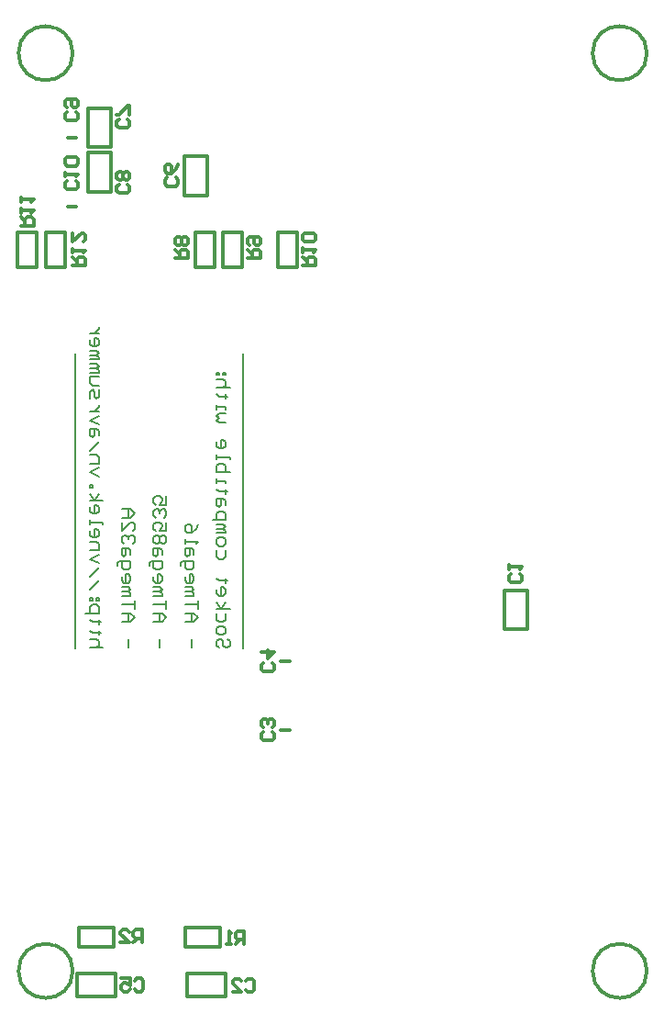
<source format=gbo>
%FSTAX43Y43*%
%MOMM*%
G71*
G01*
G75*
G04 Layer_Color=65535*
G04:AMPARAMS|DCode=10|XSize=1.3mm|YSize=1mm|CornerRadius=0.25mm|HoleSize=0mm|Usage=FLASHONLY|Rotation=270.000|XOffset=0mm|YOffset=0mm|HoleType=Round|Shape=RoundedRectangle|*
%AMROUNDEDRECTD10*
21,1,1.300,0.500,0,0,270.0*
21,1,0.800,1.000,0,0,270.0*
1,1,0.500,-0.250,-0.400*
1,1,0.500,-0.250,0.400*
1,1,0.500,0.250,0.400*
1,1,0.500,0.250,-0.400*
%
%ADD10ROUNDEDRECTD10*%
G04:AMPARAMS|DCode=11|XSize=1.5mm|YSize=1.3mm|CornerRadius=0.325mm|HoleSize=0mm|Usage=FLASHONLY|Rotation=270.000|XOffset=0mm|YOffset=0mm|HoleType=Round|Shape=RoundedRectangle|*
%AMROUNDEDRECTD11*
21,1,1.500,0.650,0,0,270.0*
21,1,0.850,1.300,0,0,270.0*
1,1,0.650,-0.325,-0.425*
1,1,0.650,-0.325,0.425*
1,1,0.650,0.325,0.425*
1,1,0.650,0.325,-0.425*
%
%ADD11ROUNDEDRECTD11*%
G04:AMPARAMS|DCode=12|XSize=1.9mm|YSize=0.5mm|CornerRadius=0.125mm|HoleSize=0mm|Usage=FLASHONLY|Rotation=0.000|XOffset=0mm|YOffset=0mm|HoleType=Round|Shape=RoundedRectangle|*
%AMROUNDEDRECTD12*
21,1,1.900,0.250,0,0,0.0*
21,1,1.650,0.500,0,0,0.0*
1,1,0.250,0.825,-0.125*
1,1,0.250,-0.825,-0.125*
1,1,0.250,-0.825,0.125*
1,1,0.250,0.825,0.125*
%
%ADD12ROUNDEDRECTD12*%
G04:AMPARAMS|DCode=13|XSize=1.9mm|YSize=0.5mm|CornerRadius=0.125mm|HoleSize=0mm|Usage=FLASHONLY|Rotation=90.000|XOffset=0mm|YOffset=0mm|HoleType=Round|Shape=RoundedRectangle|*
%AMROUNDEDRECTD13*
21,1,1.900,0.250,0,0,90.0*
21,1,1.650,0.500,0,0,90.0*
1,1,0.250,0.125,0.825*
1,1,0.250,0.125,-0.825*
1,1,0.250,-0.125,-0.825*
1,1,0.250,-0.125,0.825*
%
%ADD13ROUNDEDRECTD13*%
G04:AMPARAMS|DCode=14|XSize=1.3mm|YSize=1mm|CornerRadius=0.25mm|HoleSize=0mm|Usage=FLASHONLY|Rotation=180.000|XOffset=0mm|YOffset=0mm|HoleType=Round|Shape=RoundedRectangle|*
%AMROUNDEDRECTD14*
21,1,1.300,0.500,0,0,180.0*
21,1,0.800,1.000,0,0,180.0*
1,1,0.500,-0.400,0.250*
1,1,0.500,0.400,0.250*
1,1,0.500,0.400,-0.250*
1,1,0.500,-0.400,-0.250*
%
%ADD14ROUNDEDRECTD14*%
G04:AMPARAMS|DCode=15|XSize=1.5mm|YSize=1.3mm|CornerRadius=0.325mm|HoleSize=0mm|Usage=FLASHONLY|Rotation=0.000|XOffset=0mm|YOffset=0mm|HoleType=Round|Shape=RoundedRectangle|*
%AMROUNDEDRECTD15*
21,1,1.500,0.650,0,0,0.0*
21,1,0.850,1.300,0,0,0.0*
1,1,0.650,0.425,-0.325*
1,1,0.650,-0.425,-0.325*
1,1,0.650,-0.425,0.325*
1,1,0.650,0.425,0.325*
%
%ADD15ROUNDEDRECTD15*%
G04:AMPARAMS|DCode=16|XSize=2.65mm|YSize=1.75mm|CornerRadius=0.438mm|HoleSize=0mm|Usage=FLASHONLY|Rotation=270.000|XOffset=0mm|YOffset=0mm|HoleType=Round|Shape=RoundedRectangle|*
%AMROUNDEDRECTD16*
21,1,2.650,0.875,0,0,270.0*
21,1,1.775,1.750,0,0,270.0*
1,1,0.875,-0.438,-0.887*
1,1,0.875,-0.438,0.887*
1,1,0.875,0.438,0.887*
1,1,0.875,0.438,-0.887*
%
%ADD16ROUNDEDRECTD16*%
G04:AMPARAMS|DCode=17|XSize=0.9mm|YSize=2.7mm|CornerRadius=0.225mm|HoleSize=0mm|Usage=FLASHONLY|Rotation=270.000|XOffset=0mm|YOffset=0mm|HoleType=Round|Shape=RoundedRectangle|*
%AMROUNDEDRECTD17*
21,1,0.900,2.250,0,0,270.0*
21,1,0.450,2.700,0,0,270.0*
1,1,0.450,-1.125,-0.225*
1,1,0.450,-1.125,0.225*
1,1,0.450,1.125,0.225*
1,1,0.450,1.125,-0.225*
%
%ADD17ROUNDEDRECTD17*%
G04:AMPARAMS|DCode=18|XSize=1mm|YSize=2.8mm|CornerRadius=0.25mm|HoleSize=0mm|Usage=FLASHONLY|Rotation=270.000|XOffset=0mm|YOffset=0mm|HoleType=Round|Shape=RoundedRectangle|*
%AMROUNDEDRECTD18*
21,1,1.000,2.300,0,0,270.0*
21,1,0.500,2.800,0,0,270.0*
1,1,0.500,-1.150,-0.250*
1,1,0.500,-1.150,0.250*
1,1,0.500,1.150,0.250*
1,1,0.500,1.150,-0.250*
%
%ADD18ROUNDEDRECTD18*%
G04:AMPARAMS|DCode=19|XSize=1.5mm|YSize=1.25mm|CornerRadius=0.313mm|HoleSize=0mm|Usage=FLASHONLY|Rotation=0.000|XOffset=0mm|YOffset=0mm|HoleType=Round|Shape=RoundedRectangle|*
%AMROUNDEDRECTD19*
21,1,1.500,0.625,0,0,0.0*
21,1,0.875,1.250,0,0,0.0*
1,1,0.625,0.438,-0.313*
1,1,0.625,-0.438,-0.313*
1,1,0.625,-0.438,0.313*
1,1,0.625,0.438,0.313*
%
%ADD19ROUNDEDRECTD19*%
%ADD20O,0.500X2.250*%
G04:AMPARAMS|DCode=21|XSize=2.5mm|YSize=2mm|CornerRadius=0.5mm|HoleSize=0mm|Usage=FLASHONLY|Rotation=90.000|XOffset=0mm|YOffset=0mm|HoleType=Round|Shape=RoundedRectangle|*
%AMROUNDEDRECTD21*
21,1,2.500,1.000,0,0,90.0*
21,1,1.500,2.000,0,0,90.0*
1,1,1.000,0.500,0.750*
1,1,1.000,0.500,-0.750*
1,1,1.000,-0.500,-0.750*
1,1,1.000,-0.500,0.750*
%
%ADD21ROUNDEDRECTD21*%
%ADD22C,0.500*%
%ADD23C,1.000*%
%ADD24C,0.300*%
%ADD25C,1.600*%
%ADD26C,1.300*%
%ADD27C,1.000*%
%ADD28C,1.100*%
%ADD29C,0.700*%
G04:AMPARAMS|DCode=30|XSize=0.9mm|YSize=0.8mm|CornerRadius=0.2mm|HoleSize=0mm|Usage=FLASHONLY|Rotation=180.000|XOffset=0mm|YOffset=0mm|HoleType=Round|Shape=RoundedRectangle|*
%AMROUNDEDRECTD30*
21,1,0.900,0.400,0,0,180.0*
21,1,0.500,0.800,0,0,180.0*
1,1,0.400,-0.250,0.200*
1,1,0.400,0.250,0.200*
1,1,0.400,0.250,-0.200*
1,1,0.400,-0.250,-0.200*
%
%ADD30ROUNDEDRECTD30*%
G04:AMPARAMS|DCode=31|XSize=1.5mm|YSize=1.25mm|CornerRadius=0.313mm|HoleSize=0mm|Usage=FLASHONLY|Rotation=270.000|XOffset=0mm|YOffset=0mm|HoleType=Round|Shape=RoundedRectangle|*
%AMROUNDEDRECTD31*
21,1,1.500,0.625,0,0,270.0*
21,1,0.875,1.250,0,0,270.0*
1,1,0.625,-0.313,-0.438*
1,1,0.625,-0.313,0.438*
1,1,0.625,0.313,0.438*
1,1,0.625,0.313,-0.438*
%
%ADD31ROUNDEDRECTD31*%
%ADD32C,0.178*%
%ADD33C,0.005*%
%ADD34C,0.250*%
%ADD35C,0.254*%
%ADD36C,0.400*%
G04:AMPARAMS|DCode=37|XSize=1.503mm|YSize=1.203mm|CornerRadius=0.352mm|HoleSize=0mm|Usage=FLASHONLY|Rotation=270.000|XOffset=0mm|YOffset=0mm|HoleType=Round|Shape=RoundedRectangle|*
%AMROUNDEDRECTD37*
21,1,1.503,0.500,0,0,270.0*
21,1,0.800,1.203,0,0,270.0*
1,1,0.703,-0.250,-0.400*
1,1,0.703,-0.250,0.400*
1,1,0.703,0.250,0.400*
1,1,0.703,0.250,-0.400*
%
%ADD37ROUNDEDRECTD37*%
G04:AMPARAMS|DCode=38|XSize=1.703mm|YSize=1.503mm|CornerRadius=0.427mm|HoleSize=0mm|Usage=FLASHONLY|Rotation=270.000|XOffset=0mm|YOffset=0mm|HoleType=Round|Shape=RoundedRectangle|*
%AMROUNDEDRECTD38*
21,1,1.703,0.650,0,0,270.0*
21,1,0.850,1.503,0,0,270.0*
1,1,0.853,-0.325,-0.425*
1,1,0.853,-0.325,0.425*
1,1,0.853,0.325,0.425*
1,1,0.853,0.325,-0.425*
%
%ADD38ROUNDEDRECTD38*%
G04:AMPARAMS|DCode=39|XSize=2.1mm|YSize=0.7mm|CornerRadius=0.225mm|HoleSize=0mm|Usage=FLASHONLY|Rotation=0.000|XOffset=0mm|YOffset=0mm|HoleType=Round|Shape=RoundedRectangle|*
%AMROUNDEDRECTD39*
21,1,2.100,0.250,0,0,0.0*
21,1,1.650,0.700,0,0,0.0*
1,1,0.450,0.825,-0.125*
1,1,0.450,-0.825,-0.125*
1,1,0.450,-0.825,0.125*
1,1,0.450,0.825,0.125*
%
%ADD39ROUNDEDRECTD39*%
G04:AMPARAMS|DCode=40|XSize=2.1mm|YSize=0.7mm|CornerRadius=0.225mm|HoleSize=0mm|Usage=FLASHONLY|Rotation=90.000|XOffset=0mm|YOffset=0mm|HoleType=Round|Shape=RoundedRectangle|*
%AMROUNDEDRECTD40*
21,1,2.100,0.250,0,0,90.0*
21,1,1.650,0.700,0,0,90.0*
1,1,0.450,0.125,0.825*
1,1,0.450,0.125,-0.825*
1,1,0.450,-0.125,-0.825*
1,1,0.450,-0.125,0.825*
%
%ADD40ROUNDEDRECTD40*%
G04:AMPARAMS|DCode=41|XSize=1.503mm|YSize=1.203mm|CornerRadius=0.352mm|HoleSize=0mm|Usage=FLASHONLY|Rotation=180.000|XOffset=0mm|YOffset=0mm|HoleType=Round|Shape=RoundedRectangle|*
%AMROUNDEDRECTD41*
21,1,1.503,0.500,0,0,180.0*
21,1,0.800,1.203,0,0,180.0*
1,1,0.703,-0.400,0.250*
1,1,0.703,0.400,0.250*
1,1,0.703,0.400,-0.250*
1,1,0.703,-0.400,-0.250*
%
%ADD41ROUNDEDRECTD41*%
G04:AMPARAMS|DCode=42|XSize=1.703mm|YSize=1.503mm|CornerRadius=0.427mm|HoleSize=0mm|Usage=FLASHONLY|Rotation=0.000|XOffset=0mm|YOffset=0mm|HoleType=Round|Shape=RoundedRectangle|*
%AMROUNDEDRECTD42*
21,1,1.703,0.650,0,0,0.0*
21,1,0.850,1.503,0,0,0.0*
1,1,0.853,0.425,-0.325*
1,1,0.853,-0.425,-0.325*
1,1,0.853,-0.425,0.325*
1,1,0.853,0.425,0.325*
%
%ADD42ROUNDEDRECTD42*%
G04:AMPARAMS|DCode=43|XSize=2.853mm|YSize=1.953mm|CornerRadius=0.539mm|HoleSize=0mm|Usage=FLASHONLY|Rotation=270.000|XOffset=0mm|YOffset=0mm|HoleType=Round|Shape=RoundedRectangle|*
%AMROUNDEDRECTD43*
21,1,2.853,0.875,0,0,270.0*
21,1,1.775,1.953,0,0,270.0*
1,1,1.078,-0.438,-0.887*
1,1,1.078,-0.438,0.887*
1,1,1.078,0.438,0.887*
1,1,1.078,0.438,-0.887*
%
%ADD43ROUNDEDRECTD43*%
G04:AMPARAMS|DCode=44|XSize=1.103mm|YSize=2.903mm|CornerRadius=0.327mm|HoleSize=0mm|Usage=FLASHONLY|Rotation=270.000|XOffset=0mm|YOffset=0mm|HoleType=Round|Shape=RoundedRectangle|*
%AMROUNDEDRECTD44*
21,1,1.103,2.250,0,0,270.0*
21,1,0.450,2.903,0,0,270.0*
1,1,0.653,-1.125,-0.225*
1,1,0.653,-1.125,0.225*
1,1,0.653,1.125,0.225*
1,1,0.653,1.125,-0.225*
%
%ADD44ROUNDEDRECTD44*%
G04:AMPARAMS|DCode=45|XSize=1.203mm|YSize=3.003mm|CornerRadius=0.352mm|HoleSize=0mm|Usage=FLASHONLY|Rotation=270.000|XOffset=0mm|YOffset=0mm|HoleType=Round|Shape=RoundedRectangle|*
%AMROUNDEDRECTD45*
21,1,1.203,2.300,0,0,270.0*
21,1,0.500,3.003,0,0,270.0*
1,1,0.703,-1.150,-0.250*
1,1,0.703,-1.150,0.250*
1,1,0.703,1.150,0.250*
1,1,0.703,1.150,-0.250*
%
%ADD45ROUNDEDRECTD45*%
G04:AMPARAMS|DCode=46|XSize=1.703mm|YSize=1.453mm|CornerRadius=0.414mm|HoleSize=0mm|Usage=FLASHONLY|Rotation=0.000|XOffset=0mm|YOffset=0mm|HoleType=Round|Shape=RoundedRectangle|*
%AMROUNDEDRECTD46*
21,1,1.703,0.625,0,0,0.0*
21,1,0.875,1.453,0,0,0.0*
1,1,0.828,0.438,-0.313*
1,1,0.828,-0.438,-0.313*
1,1,0.828,-0.438,0.313*
1,1,0.828,0.438,0.313*
%
%ADD46ROUNDEDRECTD46*%
%ADD47O,0.703X2.453*%
G04:AMPARAMS|DCode=48|XSize=2.703mm|YSize=2.203mm|CornerRadius=0.602mm|HoleSize=0mm|Usage=FLASHONLY|Rotation=90.000|XOffset=0mm|YOffset=0mm|HoleType=Round|Shape=RoundedRectangle|*
%AMROUNDEDRECTD48*
21,1,2.703,1.000,0,0,90.0*
21,1,1.500,2.203,0,0,90.0*
1,1,1.203,0.500,0.750*
1,1,1.203,0.500,-0.750*
1,1,1.203,-0.500,-0.750*
1,1,1.203,-0.500,0.750*
%
%ADD48ROUNDEDRECTD48*%
%ADD49C,1.800*%
%ADD50C,1.803*%
%ADD51C,1.500*%
%ADD52C,1.503*%
%ADD53C,1.200*%
%ADD54C,1.303*%
%ADD55C,0.903*%
G04:AMPARAMS|DCode=56|XSize=1.103mm|YSize=1.003mm|CornerRadius=0.302mm|HoleSize=0mm|Usage=FLASHONLY|Rotation=180.000|XOffset=0mm|YOffset=0mm|HoleType=Round|Shape=RoundedRectangle|*
%AMROUNDEDRECTD56*
21,1,1.103,0.400,0,0,180.0*
21,1,0.500,1.003,0,0,180.0*
1,1,0.603,-0.250,0.200*
1,1,0.603,0.250,0.200*
1,1,0.603,0.250,-0.200*
1,1,0.603,-0.250,-0.200*
%
%ADD56ROUNDEDRECTD56*%
G04:AMPARAMS|DCode=57|XSize=1.703mm|YSize=1.453mm|CornerRadius=0.414mm|HoleSize=0mm|Usage=FLASHONLY|Rotation=270.000|XOffset=0mm|YOffset=0mm|HoleType=Round|Shape=RoundedRectangle|*
%AMROUNDEDRECTD57*
21,1,1.703,0.625,0,0,270.0*
21,1,0.875,1.453,0,0,270.0*
1,1,0.828,-0.313,-0.438*
1,1,0.828,-0.313,0.438*
1,1,0.828,0.313,0.438*
1,1,0.828,0.313,-0.438*
%
%ADD57ROUNDEDRECTD57*%
%ADD58C,0.200*%
D24*
X0028Y00572D02*
G03*
X0028Y00572I-00025J0D01*
G01*
Y01418D02*
G03*
X0028Y01418I-00025J0D01*
G01*
X0081D02*
G03*
X0081Y01418I-00025J0D01*
G01*
Y00572D02*
G03*
X0081Y00572I-00025J0D01*
G01*
X00229Y0122098D02*
Y0125298D01*
X00247D01*
Y0122098D02*
Y0125298D01*
X00229Y0122098D02*
X00247D01*
X00255D02*
Y0125298D01*
X00273D01*
Y0122098D02*
Y0125298D01*
X00255Y0122098D02*
X00273D01*
X002943Y012901D02*
X003153D01*
X002943D02*
Y013261D01*
X003153D01*
Y012901D02*
Y013261D01*
X002943Y0136738D02*
X003153D01*
Y0133137D02*
Y0136738D01*
X002943Y0133137D02*
X003153D01*
X002943D02*
Y0136738D01*
X002754Y0133985D02*
X002834D01*
X002754Y0127635D02*
X002834D01*
X003832Y0128693D02*
X004042D01*
X003832D02*
Y0132292D01*
X004042D01*
Y0128693D02*
Y0132292D01*
X0039296Y0122098D02*
X0041096D01*
Y0125298D01*
X0039296D02*
X0041096D01*
X0039296Y0122098D02*
Y0125298D01*
X0041835Y0122098D02*
X0043636D01*
Y0125298D01*
X0041835D02*
X0043636D01*
X0041835Y0122098D02*
Y0125298D01*
X0046916Y0122098D02*
X0048715D01*
Y0125298D01*
X0046916D02*
X0048715D01*
X0046916Y0122098D02*
Y0125298D01*
X0069948Y0088688D02*
Y0092287D01*
X0067848D02*
X0069948D01*
X0067848Y0088688D02*
Y0092287D01*
Y0088688D02*
X0069948D01*
X0047225Y0085725D02*
X0048025D01*
X0047225Y0079375D02*
X0048025D01*
X0028362Y005483D02*
X0031962D01*
Y005693D01*
X0028362D02*
X0031962D01*
X0028362Y005483D02*
Y005693D01*
X0028562Y0059425D02*
X0031763D01*
X0028562D02*
Y0061225D01*
X0031763D01*
Y0059425D02*
Y0061225D01*
X0038522Y005483D02*
X0042123D01*
Y005693D01*
X0038522D02*
X0042123D01*
X0038522Y005483D02*
Y005693D01*
X0038405Y0059425D02*
X0041605D01*
X0038405D02*
Y0061225D01*
X0041605D01*
Y0059425D02*
Y0061225D01*
X0028Y01222D02*
X00292D01*
Y01228D01*
X0029Y0123D01*
X00286D01*
X00284Y01228D01*
Y01222D01*
Y01226D02*
X0028Y0123D01*
Y01234D02*
Y0123799D01*
Y01236D01*
X00292D01*
X0029Y01234D01*
X0028Y0125199D02*
Y0124399D01*
X00288Y0125199D01*
X0029D01*
X00292Y0124999D01*
Y0124599D01*
X0029Y0124399D01*
X00232Y01259D02*
X00244D01*
Y01265D01*
X00242Y01267D01*
X00238D01*
X00236Y01265D01*
Y01259D01*
Y01263D02*
X00232Y01267D01*
Y01271D02*
Y0127499D01*
Y01273D01*
X00244D01*
X00242Y01271D01*
X00232Y0128099D02*
Y0128499D01*
Y0128299D01*
X00244D01*
X00242Y0128099D01*
X00344Y00598D02*
Y0061D01*
X00338D01*
X00336Y00608D01*
Y00604D01*
X00338Y00602D01*
X00344D01*
X0034D02*
X00336Y00598D01*
X0032401D02*
X00332D01*
X0032401Y00606D01*
Y00608D01*
X0032601Y0061D01*
X0033D01*
X00332Y00608D01*
X0043815Y005969D02*
Y006089D01*
X0043215D01*
X0043015Y006069D01*
Y006029D01*
X0043215Y006009D01*
X0043815D01*
X0043415D02*
X0043015Y005969D01*
X0042615D02*
X0042216D01*
X0042415D01*
Y006089D01*
X0042615Y006069D01*
X00337Y00563D02*
X00339Y00565D01*
X00343D01*
X00345Y00563D01*
Y00555D01*
X00343Y00553D01*
X00339D01*
X00337Y00555D01*
X0032501Y00565D02*
X00333D01*
Y00559D01*
X0032901Y00561D01*
X0032701D01*
X0032501Y00559D01*
Y00555D01*
X0032701Y00553D01*
X00331D01*
X00333Y00555D01*
X0046402Y0085572D02*
X0046602Y0085372D01*
Y0084972D01*
X0046402Y0084772D01*
X0045602D01*
X0045403Y0084972D01*
Y0085372D01*
X0045602Y0085572D01*
X0045403Y0086572D02*
X0046602D01*
X0046002Y0085972D01*
Y0086772D01*
X0046402Y0079222D02*
X0046602Y0079022D01*
Y0078622D01*
X0046402Y0078423D01*
X0045602D01*
X0045403Y0078622D01*
Y0079022D01*
X0045602Y0079222D01*
X0046402Y0079622D02*
X0046602Y0079822D01*
Y0080222D01*
X0046402Y0080422D01*
X0046202D01*
X0046002Y0080222D01*
Y0080022D01*
Y0080222D01*
X0045802Y0080422D01*
X0045602D01*
X0045403Y0080222D01*
Y0079822D01*
X0045602Y0079622D01*
X0043968Y0056245D02*
X0044168Y0056445D01*
X0044568D01*
X0044768Y0056245D01*
Y0055445D01*
X0044568Y0055245D01*
X0044168D01*
X0043968Y0055445D01*
X0042768Y0055245D02*
X0043568D01*
X0042768Y0056045D01*
Y0056245D01*
X0042968Y0056445D01*
X0043368D01*
X0043568Y0056245D01*
X0069262Y0093827D02*
X0069462Y0093627D01*
Y0093227D01*
X0069262Y0093027D01*
X0068462D01*
X0068262Y0093227D01*
Y0093627D01*
X0068462Y0093827D01*
X0068262Y0094227D02*
Y0094627D01*
Y0094427D01*
X0069462D01*
X0069262Y0094227D01*
X0037512Y013034D02*
X0037712Y013014D01*
Y012974D01*
X0037512Y012954D01*
X0036712D01*
X0036513Y012974D01*
Y013014D01*
X0036712Y013034D01*
X0037712Y0131539D02*
X0037512Y0131139D01*
X0037112Y013074D01*
X0036712D01*
X0036513Y013094D01*
Y0131339D01*
X0036712Y0131539D01*
X0036912D01*
X0037112Y0131339D01*
Y013074D01*
X0033067Y0135737D02*
X0033267Y0135537D01*
Y0135137D01*
X0033067Y0134938D01*
X0032267D01*
X0032068Y0135137D01*
Y0135537D01*
X0032267Y0135737D01*
X0033267Y0136137D02*
Y0136937D01*
X0033067D01*
X0032267Y0136137D01*
X0032068D01*
X0033067Y0129705D02*
X0033267Y0129505D01*
Y0129105D01*
X0033067Y0128905D01*
X0032267D01*
X0032068Y0129105D01*
Y0129505D01*
X0032267Y0129705D01*
X0033067Y0130105D02*
X0033267Y0130305D01*
Y0130704D01*
X0033067Y0130904D01*
X0032867D01*
X0032667Y0130704D01*
X0032467Y0130904D01*
X0032267D01*
X0032068Y0130704D01*
Y0130305D01*
X0032267Y0130105D01*
X0032467D01*
X0032667Y0130305D01*
X0032867Y0130105D01*
X0033067D01*
X0032667Y0130305D02*
Y0130704D01*
X0028305Y0136372D02*
X0028505Y0136172D01*
Y0135772D01*
X0028305Y0135572D01*
X0027505D01*
X0027305Y0135772D01*
Y0136172D01*
X0027505Y0136372D01*
Y0136772D02*
X0027305Y0136972D01*
Y0137372D01*
X0027505Y0137572D01*
X0028305D01*
X0028505Y0137372D01*
Y0136972D01*
X0028305Y0136772D01*
X0028105D01*
X0027905Y0136972D01*
Y0137572D01*
X0028305Y0130022D02*
X0028505Y0129822D01*
Y0129422D01*
X0028305Y0129223D01*
X0027505D01*
X0027305Y0129422D01*
Y0129822D01*
X0027505Y0130022D01*
X0027305Y0130422D02*
Y0130822D01*
Y0130622D01*
X0028505D01*
X0028305Y0130422D01*
Y0131422D02*
X0028505Y0131622D01*
Y0132022D01*
X0028305Y0132222D01*
X0027505D01*
X0027305Y0132022D01*
Y0131622D01*
X0027505Y0131422D01*
X0028305D01*
X0037465Y0122872D02*
X0038665D01*
Y0123472D01*
X0038465Y0123672D01*
X0038065D01*
X0037865Y0123472D01*
Y0122872D01*
Y0123272D02*
X0037465Y0123672D01*
X0038465Y0124072D02*
X0038665Y0124272D01*
Y0124672D01*
X0038465Y0124872D01*
X0038265D01*
X0038065Y0124672D01*
X0037865Y0124872D01*
X0037665D01*
X0037465Y0124672D01*
Y0124272D01*
X0037665Y0124072D01*
X0037865D01*
X0038065Y0124272D01*
X0038265Y0124072D01*
X0038465D01*
X0038065Y0124272D02*
Y0124672D01*
X0044132Y0122872D02*
X0045332D01*
Y0123472D01*
X0045132Y0123672D01*
X0044732D01*
X0044532Y0123472D01*
Y0122872D01*
Y0123272D02*
X0044132Y0123672D01*
X0044332Y0124072D02*
X0044132Y0124272D01*
Y0124672D01*
X0044332Y0124872D01*
X0045132D01*
X0045332Y0124672D01*
Y0124272D01*
X0045132Y0124072D01*
X0044932D01*
X0044732Y0124272D01*
Y0124872D01*
X0049213Y0122238D02*
X0050412D01*
Y0122837D01*
X0050212Y0123037D01*
X0049812D01*
X0049612Y0122837D01*
Y0122238D01*
Y0122637D02*
X0049213Y0123037D01*
Y0123437D02*
Y0123837D01*
Y0123637D01*
X0050412D01*
X0050212Y0123437D01*
Y0124437D02*
X0050412Y0124637D01*
Y0125037D01*
X0050212Y0125237D01*
X0049412D01*
X0049213Y0125037D01*
Y0124637D01*
X0049412Y0124437D01*
X0050212D01*
D58*
X00282Y00869D02*
Y01141D01*
X00437Y00869D02*
Y01141D01*
X00308Y0086973D02*
X00296D01*
X00302D01*
X00304Y0087173D01*
Y0087573D01*
X00302Y0087773D01*
X00296D01*
X00306Y0088373D02*
X00304D01*
Y0088173D01*
Y0088572D01*
Y0088373D01*
X00298D01*
X00296Y0088572D01*
X00306Y0089372D02*
X00304D01*
Y0089172D01*
Y0089572D01*
Y0089372D01*
X00298D01*
X00296Y0089572D01*
X00292Y0090172D02*
X00304D01*
Y0090772D01*
X00302Y0090972D01*
X00298D01*
X00296Y0090772D01*
Y0090172D01*
X00304Y0091372D02*
Y0091572D01*
X00302D01*
Y0091372D01*
X00304D01*
X00298D02*
Y0091572D01*
X00296D01*
Y0091372D01*
X00298D01*
X00296Y0092371D02*
X00304Y0093171D01*
X00296Y0093571D02*
X00304Y0094371D01*
Y009477D02*
X00296Y009517D01*
X00304Y009557D01*
X00296Y009597D02*
X00304D01*
Y009657D01*
X00302Y009677D01*
X00296D01*
Y009777D02*
Y009737D01*
X00298Y009717D01*
X00302D01*
X00304Y009737D01*
Y009777D01*
X00302Y0097969D01*
X003D01*
Y009717D01*
X00296Y0098369D02*
Y0098769D01*
Y0098569D01*
X00308D01*
Y0098369D01*
X00296Y0099969D02*
Y0099569D01*
X00298Y0099369D01*
X00302D01*
X00304Y0099569D01*
Y0099969D01*
X00302Y0100169D01*
X003D01*
Y0099369D01*
X00296Y0100569D02*
X00308D01*
X003D02*
X00304Y0101168D01*
X003Y0100569D02*
X00296Y0101168D01*
Y0101768D02*
X00298D01*
Y0101968D01*
X00296D01*
Y0101768D01*
X00304Y0102768D02*
X00296Y0103168D01*
X00304Y0103568D01*
X00296Y0103967D02*
X00304D01*
Y0104567D01*
X00302Y0104767D01*
X00296D01*
Y0105167D02*
X00304Y0105967D01*
Y0106567D02*
Y0106967D01*
X00302Y0107166D01*
X00296D01*
Y0106567D01*
X00298Y0106367D01*
X003Y0106567D01*
Y0107166D01*
X00304Y0107566D02*
X00296Y0107966D01*
X00304Y0108366D01*
Y0108766D02*
X00296D01*
X003D01*
X00302Y0108966D01*
X00304Y0109166D01*
Y0109366D01*
X00296Y0109966D02*
Y0110565D01*
X00298Y0110765D01*
X003Y0110565D01*
Y0110165D01*
X00302Y0109966D01*
X00304Y0110165D01*
Y0110765D01*
Y0111165D02*
X00298D01*
X00296Y0111365D01*
Y0111965D01*
X00304D01*
X00296Y0112365D02*
X00304D01*
Y0112565D01*
X00302Y0112765D01*
X00296D01*
X00302D01*
X00304Y0112965D01*
X00302Y0113165D01*
X00296D01*
Y0113564D02*
X00304D01*
Y0113764D01*
X00302Y0113964D01*
X00296D01*
X00302D01*
X00304Y0114164D01*
X00302Y0114364D01*
X00296D01*
Y0115364D02*
Y0114964D01*
X00298Y0114764D01*
X00302D01*
X00304Y0114964D01*
Y0115364D01*
X00302Y0115564D01*
X003D01*
Y0114764D01*
X00304Y0115964D02*
X00296D01*
X003D01*
X00302Y0116164D01*
X00304Y0116363D01*
Y0116563D01*
X00423Y0087773D02*
X00425Y0087573D01*
Y0087173D01*
X00423Y0086973D01*
X00421D01*
X00419Y0087173D01*
Y0087573D01*
X00417Y0087773D01*
X00415D01*
X00413Y0087573D01*
Y0087173D01*
X00415Y0086973D01*
X00413Y0088373D02*
Y0088772D01*
X00415Y0088972D01*
X00419D01*
X00421Y0088772D01*
Y0088373D01*
X00419Y0088173D01*
X00415D01*
X00413Y0088373D01*
X00421Y0090172D02*
Y0089572D01*
X00419Y0089372D01*
X00415D01*
X00413Y0089572D01*
Y0090172D01*
Y0090572D02*
X00425D01*
X00417D02*
X00421Y0091172D01*
X00417Y0090572D02*
X00413Y0091172D01*
Y0092371D02*
Y0091971D01*
X00415Y0091771D01*
X00419D01*
X00421Y0091971D01*
Y0092371D01*
X00419Y0092571D01*
X00417D01*
Y0091771D01*
X00423Y0093171D02*
X00421D01*
Y0092971D01*
Y0093371D01*
Y0093171D01*
X00415D01*
X00413Y0093371D01*
X00421Y009597D02*
Y009537D01*
X00419Y009517D01*
X00415D01*
X00413Y009537D01*
Y009597D01*
Y009657D02*
Y009697D01*
X00415Y009717D01*
X00419D01*
X00421Y009697D01*
Y009657D01*
X00419Y009637D01*
X00415D01*
X00413Y009657D01*
Y009757D02*
X00421D01*
Y009777D01*
X00419Y0097969D01*
X00413D01*
X00419D01*
X00421Y0098169D01*
X00419Y0098369D01*
X00413D01*
X00409Y0098769D02*
X00421D01*
Y0099369D01*
X00419Y0099569D01*
X00415D01*
X00413Y0099369D01*
Y0098769D01*
X00421Y0100169D02*
Y0100569D01*
X00419Y0100769D01*
X00413D01*
Y0100169D01*
X00415Y0099969D01*
X00417Y0100169D01*
Y0100769D01*
X00423Y0101368D02*
X00421D01*
Y0101168D01*
Y0101568D01*
Y0101368D01*
X00415D01*
X00413Y0101568D01*
Y0102168D02*
Y0102568D01*
Y0102368D01*
X00421D01*
Y0102168D01*
X00425Y0103168D02*
X00413D01*
Y0103768D01*
X00415Y0103967D01*
X00417D01*
X00419D01*
X00421Y0103768D01*
Y0103168D01*
X00413Y0104367D02*
Y0104767D01*
Y0104567D01*
X00425D01*
Y0104367D01*
X00413Y0105967D02*
Y0105567D01*
X00415Y0105367D01*
X00419D01*
X00421Y0105567D01*
Y0105967D01*
X00419Y0106167D01*
X00417D01*
Y0105367D01*
X00421Y0107766D02*
X00415D01*
X00413Y0107966D01*
X00415Y0108166D01*
X00413Y0108366D01*
X00415Y0108566D01*
X00421D01*
X00413Y0108966D02*
Y0109366D01*
Y0109166D01*
X00421D01*
Y0108966D01*
X00423Y0110165D02*
X00421D01*
Y0109966D01*
Y0110365D01*
Y0110165D01*
X00415D01*
X00413Y0110365D01*
X00425Y0110965D02*
X00413D01*
X00419D01*
X00421Y0111165D01*
Y0111565D01*
X00419Y0111765D01*
X00413D01*
X00421Y0112165D02*
Y0112365D01*
X00419D01*
Y0112165D01*
X00421D01*
X00415D02*
Y0112365D01*
X00413D01*
Y0112165D01*
X00415D01*
X0038975Y0086973D02*
Y0087773D01*
X0038375Y0089372D02*
X0039175D01*
X0039575Y0089772D01*
X0039175Y0090172D01*
X0038375D01*
X0038975D01*
Y0089372D01*
X0039575Y0090572D02*
Y0091372D01*
Y0090972D01*
X0038375D01*
Y0091771D02*
X0039175D01*
Y0091971D01*
X0038975Y0092171D01*
X0038375D01*
X0038975D01*
X0039175Y0092371D01*
X0038975Y0092571D01*
X0038375D01*
Y0093571D02*
Y0093171D01*
X0038575Y0092971D01*
X0038975D01*
X0039175Y0093171D01*
Y0093571D01*
X0038975Y0093771D01*
X0038775D01*
Y0092971D01*
X0037975Y0094571D02*
Y009477D01*
X0038175Y009497D01*
X0039175D01*
Y0094371D01*
X0038975Y0094171D01*
X0038575D01*
X0038375Y0094371D01*
Y009497D01*
X0039175Y009557D02*
Y009597D01*
X0038975Y009617D01*
X0038375D01*
Y009557D01*
X0038575Y009537D01*
X0038775Y009557D01*
Y009617D01*
X0038375Y009657D02*
Y009697D01*
Y009677D01*
X0039575D01*
X0039375Y009657D01*
X0039575Y0098369D02*
X0039375Y0097969D01*
X0038975Y009757D01*
X0038575D01*
X0038375Y009777D01*
Y0098169D01*
X0038575Y0098369D01*
X0038775D01*
X0038975Y0098169D01*
Y009757D01*
X003605Y0086973D02*
Y0087773D01*
X003545Y0089372D02*
X003625D01*
X003665Y0089772D01*
X003625Y0090172D01*
X003545D01*
X003605D01*
Y0089372D01*
X003665Y0090572D02*
Y0091372D01*
Y0090972D01*
X003545D01*
Y0091771D02*
X003625D01*
Y0091971D01*
X003605Y0092171D01*
X003545D01*
X003605D01*
X003625Y0092371D01*
X003605Y0092571D01*
X003545D01*
Y0093571D02*
Y0093171D01*
X003565Y0092971D01*
X003605D01*
X003625Y0093171D01*
Y0093571D01*
X003605Y0093771D01*
X003585D01*
Y0092971D01*
X003505Y0094571D02*
Y009477D01*
X003525Y009497D01*
X003625D01*
Y0094371D01*
X003605Y0094171D01*
X003565D01*
X003545Y0094371D01*
Y009497D01*
X003625Y009557D02*
Y009597D01*
X003605Y009617D01*
X003545D01*
Y009557D01*
X003565Y009537D01*
X003585Y009557D01*
Y009617D01*
X003645Y009657D02*
X003665Y009677D01*
Y009717D01*
X003645Y009737D01*
X003625D01*
X003605Y009717D01*
X003585Y009737D01*
X003565D01*
X003545Y009717D01*
Y009677D01*
X003565Y009657D01*
X003585D01*
X003605Y009677D01*
X003625Y009657D01*
X003645D01*
X003605Y009677D02*
Y009717D01*
X003665Y0098569D02*
Y009777D01*
X003605D01*
X003625Y0098169D01*
Y0098369D01*
X003605Y0098569D01*
X003565D01*
X003545Y0098369D01*
Y0097969D01*
X003565Y009777D01*
X003645Y0098969D02*
X003665Y0099169D01*
Y0099569D01*
X003645Y0099769D01*
X003625D01*
X003605Y0099569D01*
Y0099369D01*
Y0099569D01*
X003585Y0099769D01*
X003565D01*
X003545Y0099569D01*
Y0099169D01*
X003565Y0098969D01*
X003665Y0100968D02*
Y0100169D01*
X003605D01*
X003625Y0100569D01*
Y0100769D01*
X003605Y0100968D01*
X003565D01*
X003545Y0100769D01*
Y0100369D01*
X003565Y0100169D01*
X0033125Y0086973D02*
Y0087773D01*
X0032525Y0089372D02*
X0033325D01*
X0033725Y0089772D01*
X0033325Y0090172D01*
X0032525D01*
X0033125D01*
Y0089372D01*
X0033725Y0090572D02*
Y0091372D01*
Y0090972D01*
X0032525D01*
Y0091771D02*
X0033325D01*
Y0091971D01*
X0033125Y0092171D01*
X0032525D01*
X0033125D01*
X0033325Y0092371D01*
X0033125Y0092571D01*
X0032525D01*
Y0093571D02*
Y0093171D01*
X0032725Y0092971D01*
X0033125D01*
X0033325Y0093171D01*
Y0093571D01*
X0033125Y0093771D01*
X0032925D01*
Y0092971D01*
X0032125Y0094571D02*
Y009477D01*
X0032325Y009497D01*
X0033325D01*
Y0094371D01*
X0033125Y0094171D01*
X0032725D01*
X0032525Y0094371D01*
Y009497D01*
X0033325Y009557D02*
Y009597D01*
X0033125Y009617D01*
X0032525D01*
Y009557D01*
X0032725Y009537D01*
X0032925Y009557D01*
Y009617D01*
X0033525Y009657D02*
X0033725Y009677D01*
Y009717D01*
X0033525Y009737D01*
X0033325D01*
X0033125Y009717D01*
Y009697D01*
Y009717D01*
X0032925Y009737D01*
X0032725D01*
X0032525Y009717D01*
Y009677D01*
X0032725Y009657D01*
X0032525Y0098569D02*
Y009777D01*
X0033325Y0098569D01*
X0033525D01*
X0033725Y0098369D01*
Y0097969D01*
X0033525Y009777D01*
X0032525Y0098969D02*
X0033325D01*
X0033725Y0099369D01*
X0033325Y0099769D01*
X0032525D01*
X0033125D01*
Y0098969D01*
M02*

</source>
